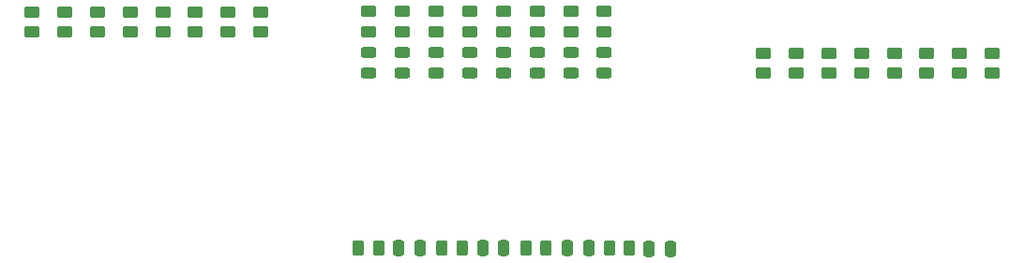
<source format=gtp>
G04 #@! TF.GenerationSoftware,KiCad,Pcbnew,7.0.5*
G04 #@! TF.CreationDate,2023-07-12T21:58:56-04:00*
G04 #@! TF.ProjectId,modulo del FPGA THT,6d6f6475-6c6f-4206-9465-6c2046504741,rev?*
G04 #@! TF.SameCoordinates,Original*
G04 #@! TF.FileFunction,Paste,Top*
G04 #@! TF.FilePolarity,Positive*
%FSLAX46Y46*%
G04 Gerber Fmt 4.6, Leading zero omitted, Abs format (unit mm)*
G04 Created by KiCad (PCBNEW 7.0.5) date 2023-07-12 21:58:56*
%MOMM*%
%LPD*%
G01*
G04 APERTURE LIST*
G04 Aperture macros list*
%AMRoundRect*
0 Rectangle with rounded corners*
0 $1 Rounding radius*
0 $2 $3 $4 $5 $6 $7 $8 $9 X,Y pos of 4 corners*
0 Add a 4 corners polygon primitive as box body*
4,1,4,$2,$3,$4,$5,$6,$7,$8,$9,$2,$3,0*
0 Add four circle primitives for the rounded corners*
1,1,$1+$1,$2,$3*
1,1,$1+$1,$4,$5*
1,1,$1+$1,$6,$7*
1,1,$1+$1,$8,$9*
0 Add four rect primitives between the rounded corners*
20,1,$1+$1,$2,$3,$4,$5,0*
20,1,$1+$1,$4,$5,$6,$7,0*
20,1,$1+$1,$6,$7,$8,$9,0*
20,1,$1+$1,$8,$9,$2,$3,0*%
G04 Aperture macros list end*
%ADD10RoundRect,0.250000X-0.250000X-0.475000X0.250000X-0.475000X0.250000X0.475000X-0.250000X0.475000X0*%
%ADD11RoundRect,0.243750X0.456250X-0.243750X0.456250X0.243750X-0.456250X0.243750X-0.456250X-0.243750X0*%
%ADD12RoundRect,0.250000X-0.450000X0.262500X-0.450000X-0.262500X0.450000X-0.262500X0.450000X0.262500X0*%
%ADD13RoundRect,0.250000X-0.262500X-0.450000X0.262500X-0.450000X0.262500X0.450000X-0.262500X0.450000X0*%
%ADD14RoundRect,0.250000X0.450000X-0.262500X0.450000X0.262500X-0.450000X0.262500X-0.450000X-0.262500X0*%
G04 APERTURE END LIST*
D10*
X130590000Y-85590000D03*
X132490000Y-85590000D03*
D11*
X123500000Y-69700000D03*
X123500000Y-67825000D03*
D12*
X126540000Y-64117500D03*
X126540000Y-65942500D03*
D11*
X111340000Y-69700000D03*
X111340000Y-67825000D03*
D13*
X104332500Y-85530000D03*
X106157500Y-85530000D03*
D12*
X83725000Y-64165000D03*
X83725000Y-65990000D03*
D14*
X143855000Y-69715000D03*
X143855000Y-67890000D03*
D11*
X114380000Y-69700000D03*
X114380000Y-67825000D03*
D13*
X126992500Y-85530000D03*
X128817500Y-85530000D03*
D14*
X149755000Y-69715000D03*
X149755000Y-67890000D03*
D10*
X115550000Y-85560000D03*
X117450000Y-85560000D03*
X107990000Y-85570000D03*
X109890000Y-85570000D03*
D14*
X140905000Y-69715000D03*
X140905000Y-67890000D03*
D12*
X89625000Y-64165000D03*
X89625000Y-65990000D03*
D14*
X158605000Y-69715000D03*
X158605000Y-67890000D03*
D11*
X117420000Y-69700000D03*
X117420000Y-67825000D03*
D12*
X114380000Y-64117500D03*
X114380000Y-65942500D03*
X111340000Y-64117500D03*
X111340000Y-65942500D03*
D13*
X119439166Y-85530000D03*
X121264166Y-85530000D03*
X111885833Y-85530000D03*
X113710833Y-85530000D03*
D12*
X86675000Y-64165000D03*
X86675000Y-65990000D03*
D10*
X123210000Y-85570000D03*
X125110000Y-85570000D03*
D12*
X80775000Y-64165000D03*
X80775000Y-65990000D03*
X123500000Y-64117500D03*
X123500000Y-65942500D03*
X92575000Y-64165000D03*
X92575000Y-65990000D03*
X117420000Y-64117500D03*
X117420000Y-65942500D03*
X108300000Y-64117500D03*
X108300000Y-65942500D03*
D14*
X155655000Y-69715000D03*
X155655000Y-67890000D03*
X146805000Y-69715000D03*
X146805000Y-67890000D03*
D12*
X95525000Y-64165000D03*
X95525000Y-65990000D03*
D14*
X152705000Y-69715000D03*
X152705000Y-67890000D03*
D12*
X74875000Y-64165000D03*
X74875000Y-65990000D03*
D14*
X161555000Y-69715000D03*
X161555000Y-67890000D03*
D11*
X108300000Y-69700000D03*
X108300000Y-67825000D03*
D12*
X77825000Y-64165000D03*
X77825000Y-65990000D03*
X105260000Y-64117500D03*
X105260000Y-65942500D03*
D11*
X126540000Y-69700000D03*
X126540000Y-67825000D03*
D12*
X120460000Y-64117500D03*
X120460000Y-65942500D03*
D11*
X120460000Y-69700000D03*
X120460000Y-67825000D03*
X105260000Y-69700000D03*
X105260000Y-67825000D03*
M02*

</source>
